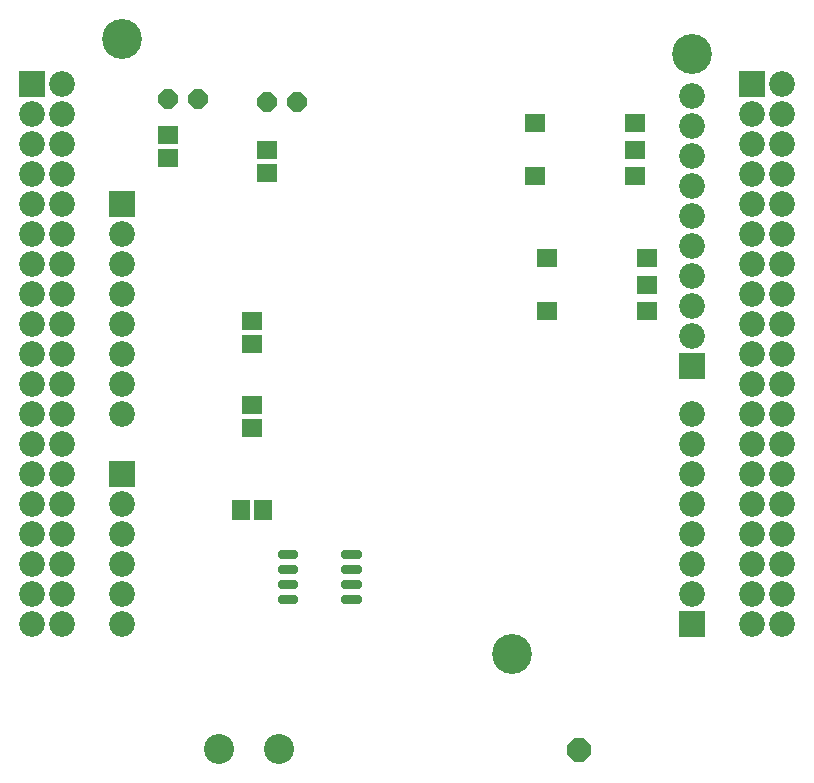
<source format=gts>
G04 EAGLE Gerber RS-274X export*
G75*
%MOMM*%
%FSLAX34Y34*%
%LPD*%
%INSoldermask Top*%
%IPPOS*%
%AMOC8*
5,1,8,0,0,1.08239X$1,22.5*%
G01*
%ADD10R,1.503200X1.703200*%
%ADD11P,2.199416X8X22.500000*%
%ADD12P,1.803519X8X22.500000*%
%ADD13R,2.183200X2.183200*%
%ADD14C,2.183200*%
%ADD15C,3.378200*%
%ADD16R,1.703200X1.503200*%
%ADD17R,1.803200X1.603200*%
%ADD18C,0.512062*%
%ADD19C,2.543200*%


D10*
X323240Y317500D03*
X342240Y317500D03*
D11*
X609600Y114300D03*
D12*
X261620Y665480D03*
X287020Y665480D03*
X345440Y662940D03*
X370840Y662940D03*
D13*
X223000Y347900D03*
D14*
X223000Y322500D03*
X223000Y297100D03*
X223000Y271700D03*
X223000Y246300D03*
X223000Y220900D03*
D13*
X223000Y576500D03*
D14*
X223000Y551100D03*
X223000Y525700D03*
X223000Y500300D03*
X223000Y474900D03*
X223000Y449500D03*
X223000Y424100D03*
X223000Y398700D03*
D13*
X146800Y678100D03*
D14*
X172200Y678100D03*
X146800Y652700D03*
X172200Y652700D03*
X146800Y627300D03*
X172200Y627300D03*
X146800Y601900D03*
X172200Y601900D03*
X146800Y576500D03*
X172200Y576500D03*
X146800Y551100D03*
X172200Y551100D03*
X146800Y525700D03*
X172200Y525700D03*
X146800Y500300D03*
X172200Y500300D03*
X146800Y474900D03*
X172200Y474900D03*
X146800Y449500D03*
X172200Y449500D03*
X146800Y424100D03*
X172200Y424100D03*
X146800Y398700D03*
X172200Y398700D03*
X146800Y373300D03*
X172200Y373300D03*
X146800Y347900D03*
X172200Y347900D03*
X146800Y322500D03*
X172200Y322500D03*
X146800Y297100D03*
X172200Y297100D03*
X146800Y271700D03*
X172200Y271700D03*
X146800Y246300D03*
X172200Y246300D03*
X146800Y220900D03*
X172200Y220900D03*
D13*
X705600Y439340D03*
D14*
X705600Y464740D03*
X705600Y490140D03*
X705600Y515540D03*
X705600Y540940D03*
X705600Y566340D03*
X705600Y591740D03*
X705600Y617140D03*
X705600Y642540D03*
X705600Y667940D03*
X705600Y271700D03*
X705600Y297100D03*
X705600Y322500D03*
X705600Y347900D03*
X705600Y373300D03*
X705600Y398700D03*
D13*
X705600Y220900D03*
D14*
X705600Y246300D03*
D13*
X756400Y677850D03*
D14*
X781800Y677850D03*
X756400Y652450D03*
X781800Y652450D03*
X756400Y627050D03*
X781800Y627050D03*
X756400Y601650D03*
X781800Y601650D03*
X756400Y576250D03*
X781800Y576250D03*
X756400Y550850D03*
X781800Y550850D03*
X756400Y525450D03*
X781800Y525450D03*
X756400Y500050D03*
X781800Y500050D03*
X756400Y474650D03*
X781800Y474650D03*
X756400Y449250D03*
X781800Y449250D03*
X756400Y423850D03*
X781800Y423850D03*
X756400Y398450D03*
X781800Y398450D03*
X756400Y373050D03*
X781800Y373050D03*
X756400Y347650D03*
X781800Y347650D03*
X756400Y322250D03*
X781800Y322250D03*
X756400Y296850D03*
X781800Y296850D03*
X756400Y271450D03*
X781800Y271450D03*
X756400Y246050D03*
X781800Y246050D03*
X756400Y220650D03*
X781800Y220650D03*
D15*
X705600Y703500D03*
X223000Y716200D03*
X553200Y195500D03*
D16*
X261620Y634340D03*
X261620Y615340D03*
X345440Y621640D03*
X345440Y602640D03*
X332740Y405740D03*
X332740Y386740D03*
X332740Y476860D03*
X332740Y457860D03*
D17*
X582840Y485500D03*
X666840Y485500D03*
X666840Y508000D03*
X666840Y530500D03*
X582840Y530500D03*
X572680Y599800D03*
X656680Y599800D03*
X656680Y622300D03*
X656680Y644800D03*
X572680Y644800D03*
D18*
X369423Y277896D02*
X357017Y277896D01*
X357017Y280904D01*
X369423Y280904D01*
X369423Y277896D01*
X369423Y265196D02*
X357017Y265196D01*
X357017Y268204D01*
X369423Y268204D01*
X369423Y265196D01*
X369423Y252496D02*
X357017Y252496D01*
X357017Y255504D01*
X369423Y255504D01*
X369423Y252496D01*
X369423Y239796D02*
X357017Y239796D01*
X357017Y242804D01*
X369423Y242804D01*
X369423Y239796D01*
X410865Y239796D02*
X423271Y239796D01*
X410865Y239796D02*
X410865Y242804D01*
X423271Y242804D01*
X423271Y239796D01*
X423271Y252496D02*
X410865Y252496D01*
X410865Y255504D01*
X423271Y255504D01*
X423271Y252496D01*
X423271Y265196D02*
X410865Y265196D01*
X410865Y268204D01*
X423271Y268204D01*
X423271Y265196D01*
X423271Y280904D02*
X410865Y280904D01*
X423271Y280904D02*
X423271Y277896D01*
X410865Y277896D01*
X410865Y280904D01*
D19*
X304589Y114550D03*
X355389Y114550D03*
M02*

</source>
